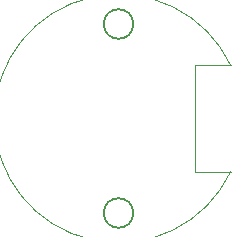
<source format=gbr>
%TF.GenerationSoftware,KiCad,Pcbnew,(6.0.0)*%
%TF.CreationDate,2022-03-17T14:11:53-06:00*%
%TF.ProjectId,sensor-exp,73656e73-6f72-42d6-9578-702e6b696361,rev?*%
%TF.SameCoordinates,Original*%
%TF.FileFunction,Profile,NP*%
%FSLAX46Y46*%
G04 Gerber Fmt 4.6, Leading zero omitted, Abs format (unit mm)*
G04 Created by KiCad (PCBNEW (6.0.0)) date 2022-03-17 14:11:53*
%MOMM*%
%LPD*%
G01*
G04 APERTURE LIST*
%TA.AperFunction,Profile*%
%ADD10C,0.150000*%
%TD*%
%TA.AperFunction,Profile*%
%ADD11C,0.100000*%
%TD*%
G04 APERTURE END LIST*
D10*
X141750000Y-78000000D02*
G75*
G03*
X141750000Y-78000000I-1250000J0D01*
G01*
D11*
X147000000Y-81500000D02*
X150000000Y-81500000D01*
X147000000Y-81500000D02*
X147000000Y-90500000D01*
D10*
X141750000Y-94000000D02*
G75*
G03*
X141750000Y-94000000I-1250000J0D01*
G01*
D11*
X147000000Y-90500000D02*
X150000000Y-90500000D01*
X150000000Y-81500000D02*
G75*
G03*
X150000000Y-90500000I-9504067J-4500000D01*
G01*
M02*

</source>
